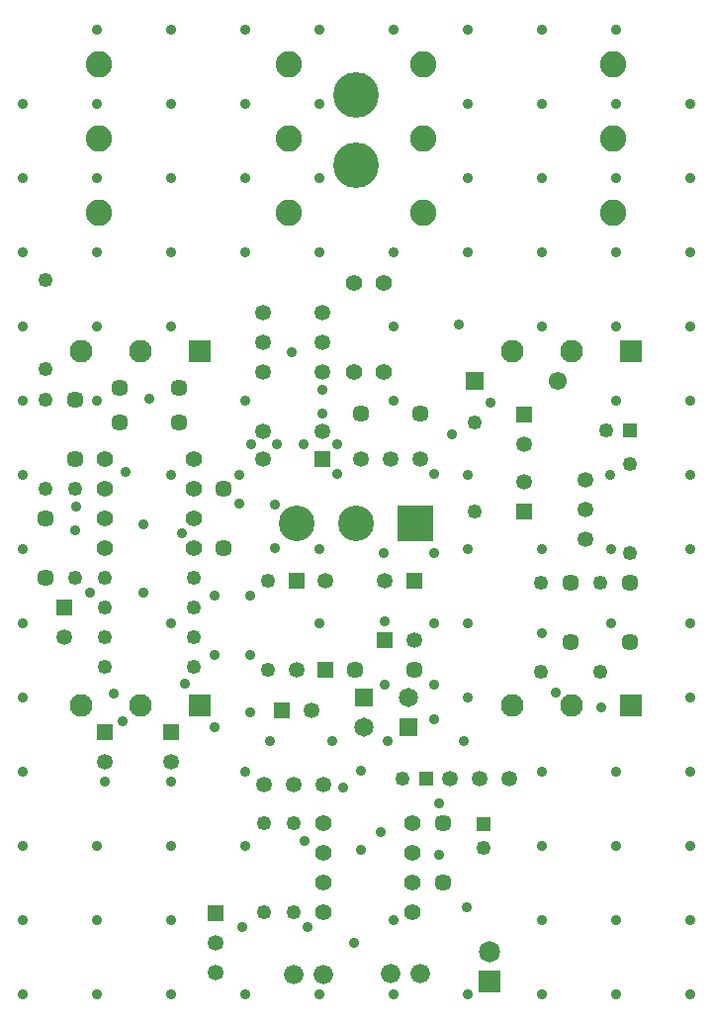
<source format=gbs>
G04*
G04 #@! TF.GenerationSoftware,Altium Limited,Altium Designer,19.0.9 (268)*
G04*
G04 Layer_Color=16711935*
%FSLAX25Y25*%
%MOIN*%
G70*
G01*
G75*
%ADD18R,0.05315X0.05315*%
%ADD19C,0.05315*%
%ADD20C,0.04922*%
%ADD21R,0.04922X0.04922*%
%ADD22C,0.05709*%
%ADD23R,0.05315X0.05315*%
%ADD24C,0.12008*%
%ADD25R,0.12008X0.12008*%
%ADD26R,0.07678X0.07678*%
%ADD27C,0.07678*%
%ADD28C,0.15355*%
%ADD29C,0.08859*%
%ADD30C,0.05591*%
%ADD31R,0.06497X0.06497*%
%ADD32C,0.06497*%
%ADD33R,0.06103X0.06103*%
%ADD34C,0.06103*%
%ADD35C,0.06591*%
%ADD36C,0.07191*%
%ADD37R,0.07191X0.07191*%
%ADD38C,0.05316*%
%ADD39R,0.04922X0.04922*%
%ADD40C,0.03591*%
D18*
X68700Y31200D02*
D03*
X91200Y99500D02*
D03*
X105000Y184000D02*
D03*
D19*
X68700Y21200D02*
D03*
Y11200D02*
D03*
X106000Y143200D02*
D03*
X96273Y113189D02*
D03*
X125975Y143200D02*
D03*
X193600Y177211D02*
D03*
Y167211D02*
D03*
Y157211D02*
D03*
X53750Y82000D02*
D03*
X31500D02*
D03*
X18000Y124000D02*
D03*
X136000Y123200D02*
D03*
X101200Y99500D02*
D03*
X172794Y189000D02*
D03*
X172802Y176500D02*
D03*
X118000Y184000D02*
D03*
X128000D02*
D03*
X138000D02*
D03*
X85145Y74563D02*
D03*
X105145D02*
D03*
X95144D02*
D03*
X147800Y76458D02*
D03*
X157800D02*
D03*
X167800D02*
D03*
X85000Y184000D02*
D03*
D20*
X85200Y61291D02*
D03*
Y31291D02*
D03*
X132000Y76519D02*
D03*
X31500Y114000D02*
D03*
X61500D02*
D03*
Y124000D02*
D03*
X31500D02*
D03*
X61500Y134000D02*
D03*
X31500D02*
D03*
X61500Y144000D02*
D03*
X31500D02*
D03*
X21551D02*
D03*
Y174000D02*
D03*
X11500D02*
D03*
Y204000D02*
D03*
Y214300D02*
D03*
Y244300D02*
D03*
X200600Y193670D02*
D03*
X86562Y113200D02*
D03*
Y143200D02*
D03*
X208500Y152400D02*
D03*
Y182400D02*
D03*
X198500Y142462D02*
D03*
Y112462D02*
D03*
X178500Y142500D02*
D03*
Y112500D02*
D03*
X156302Y166500D02*
D03*
Y196500D02*
D03*
X159266Y53253D02*
D03*
X95200Y61300D02*
D03*
Y31300D02*
D03*
D21*
X139880Y76519D02*
D03*
X208480Y193670D02*
D03*
D22*
X138000Y199510D02*
D03*
X118000D02*
D03*
X188500Y122500D02*
D03*
Y142500D02*
D03*
X11500Y164000D02*
D03*
Y144000D02*
D03*
X21551Y184000D02*
D03*
Y204000D02*
D03*
X36500Y208000D02*
D03*
X56500D02*
D03*
X36500Y196500D02*
D03*
X56500D02*
D03*
X116000Y113226D02*
D03*
X136000D02*
D03*
X208500Y142415D02*
D03*
Y122415D02*
D03*
X71500Y154000D02*
D03*
Y174000D02*
D03*
X145359Y41295D02*
D03*
Y61295D02*
D03*
D23*
X106000Y113200D02*
D03*
X96273Y143189D02*
D03*
X125975Y123200D02*
D03*
X53750Y92000D02*
D03*
X31500D02*
D03*
X18000Y134000D02*
D03*
X136000Y143200D02*
D03*
X172794Y199000D02*
D03*
X172802Y166500D02*
D03*
D24*
X96200Y162500D02*
D03*
X116200D02*
D03*
D25*
X136200D02*
D03*
D26*
X209000Y220500D02*
D03*
X63525Y101000D02*
D03*
X209000D02*
D03*
X63525Y220526D02*
D03*
D27*
X189000Y220500D02*
D03*
X169000D02*
D03*
X43525Y101000D02*
D03*
X23526D02*
D03*
X189000D02*
D03*
X169000D02*
D03*
X43525Y220526D02*
D03*
X23526D02*
D03*
D28*
X116250Y306900D02*
D03*
Y283278D02*
D03*
D29*
X138914Y292100D02*
D03*
X202812D02*
D03*
X138914Y317100D02*
D03*
X202812D02*
D03*
X138914Y267100D02*
D03*
X202812D02*
D03*
X29687Y292100D02*
D03*
X93585D02*
D03*
X29687Y317100D02*
D03*
X93585D02*
D03*
X29687Y267100D02*
D03*
X93585D02*
D03*
D30*
X61500Y154000D02*
D03*
Y164000D02*
D03*
Y184000D02*
D03*
Y174000D02*
D03*
X31500Y154000D02*
D03*
Y164000D02*
D03*
Y174000D02*
D03*
Y184000D02*
D03*
X115674Y213500D02*
D03*
X125674D02*
D03*
Y243500D02*
D03*
X115674D02*
D03*
X135339Y31291D02*
D03*
Y41291D02*
D03*
Y61291D02*
D03*
Y51291D02*
D03*
X105339Y31291D02*
D03*
Y41291D02*
D03*
Y51291D02*
D03*
Y61291D02*
D03*
D31*
X118758Y103871D02*
D03*
X133808Y93871D02*
D03*
D32*
X118758D02*
D03*
X133808Y103871D02*
D03*
D33*
X156334Y210500D02*
D03*
D34*
X184334D02*
D03*
D35*
X95144Y10564D02*
D03*
X105145D02*
D03*
X137890Y10629D02*
D03*
X127890D02*
D03*
D36*
X161309Y18064D02*
D03*
D37*
Y8063D02*
D03*
D38*
X85000Y193500D02*
D03*
Y213500D02*
D03*
Y223500D02*
D03*
Y233500D02*
D03*
X105000D02*
D03*
Y223500D02*
D03*
Y213500D02*
D03*
Y193500D02*
D03*
D39*
X159266Y61133D02*
D03*
D40*
X99800Y26500D02*
D03*
X78000D02*
D03*
X99000Y55500D02*
D03*
X126000Y129500D02*
D03*
X202000Y178900D02*
D03*
X144100Y50800D02*
D03*
Y68200D02*
D03*
X104900Y207300D02*
D03*
X105000Y199600D02*
D03*
X161500Y203000D02*
D03*
X153500Y33000D02*
D03*
X108225Y89000D02*
D03*
X126770D02*
D03*
X118000Y79238D02*
D03*
X112000Y73500D02*
D03*
X124500Y58588D02*
D03*
X68566Y93855D02*
D03*
X80358Y98674D02*
D03*
X87255Y89000D02*
D03*
X31500Y75500D02*
D03*
X53750D02*
D03*
X57573Y159100D02*
D03*
X58588Y108600D02*
D03*
X21551Y160000D02*
D03*
X21700Y168000D02*
D03*
X76900Y178755D02*
D03*
X110000Y179049D02*
D03*
X202300Y128800D02*
D03*
X178700Y125300D02*
D03*
X202096Y153800D02*
D03*
X152519Y89000D02*
D03*
X199000Y100500D02*
D03*
X183500Y105500D02*
D03*
X89000Y154000D02*
D03*
X148500Y192500D02*
D03*
X151000Y229500D02*
D03*
X115480Y21000D02*
D03*
X118000Y52478D02*
D03*
X94674Y220000D02*
D03*
X46500Y204612D02*
D03*
X38500Y179697D02*
D03*
X44500Y162000D02*
D03*
Y139009D02*
D03*
X26500D02*
D03*
X37500Y95764D02*
D03*
X34389Y105000D02*
D03*
X125500Y152500D02*
D03*
X125944Y108000D02*
D03*
X142508Y96500D02*
D03*
X142643Y152500D02*
D03*
X142598Y128800D02*
D03*
Y108000D02*
D03*
X80866Y189000D02*
D03*
X89381D02*
D03*
X98428D02*
D03*
X110000D02*
D03*
X142508Y179000D02*
D03*
X77000Y169090D02*
D03*
X89000Y168947D02*
D03*
X68500Y138000D02*
D03*
X80358D02*
D03*
X68566Y118000D02*
D03*
X80358D02*
D03*
X228700Y303800D02*
D03*
Y278800D02*
D03*
Y253800D02*
D03*
Y228800D02*
D03*
Y203800D02*
D03*
Y178800D02*
D03*
Y153800D02*
D03*
Y128800D02*
D03*
Y103800D02*
D03*
Y78800D02*
D03*
Y53800D02*
D03*
Y28800D02*
D03*
Y3800D02*
D03*
X203700Y328800D02*
D03*
Y303800D02*
D03*
Y278800D02*
D03*
Y253800D02*
D03*
Y228800D02*
D03*
Y203800D02*
D03*
Y78800D02*
D03*
Y53800D02*
D03*
Y28800D02*
D03*
Y3800D02*
D03*
X178700Y328800D02*
D03*
Y303800D02*
D03*
Y278800D02*
D03*
Y253800D02*
D03*
Y228800D02*
D03*
Y153800D02*
D03*
Y78800D02*
D03*
Y53800D02*
D03*
Y28800D02*
D03*
Y3800D02*
D03*
X153700Y328800D02*
D03*
Y303800D02*
D03*
Y278800D02*
D03*
Y253800D02*
D03*
Y178800D02*
D03*
Y153800D02*
D03*
Y128800D02*
D03*
Y103800D02*
D03*
Y3800D02*
D03*
X128700Y328800D02*
D03*
Y253800D02*
D03*
Y228800D02*
D03*
Y203800D02*
D03*
Y28800D02*
D03*
Y3800D02*
D03*
X103700Y328800D02*
D03*
Y303800D02*
D03*
Y278800D02*
D03*
Y253800D02*
D03*
Y153800D02*
D03*
Y128800D02*
D03*
Y3800D02*
D03*
X78700Y328800D02*
D03*
Y303800D02*
D03*
Y278800D02*
D03*
Y253800D02*
D03*
Y203800D02*
D03*
Y78800D02*
D03*
Y53800D02*
D03*
Y3800D02*
D03*
X53700Y328800D02*
D03*
Y303800D02*
D03*
Y278800D02*
D03*
Y253800D02*
D03*
Y228800D02*
D03*
Y178800D02*
D03*
Y128800D02*
D03*
Y53800D02*
D03*
Y28800D02*
D03*
Y3800D02*
D03*
X28700Y328800D02*
D03*
Y303800D02*
D03*
Y278800D02*
D03*
Y253800D02*
D03*
Y228800D02*
D03*
Y203800D02*
D03*
Y53800D02*
D03*
Y28800D02*
D03*
Y3800D02*
D03*
X3700Y303800D02*
D03*
Y278800D02*
D03*
Y253800D02*
D03*
Y228800D02*
D03*
Y203800D02*
D03*
Y178800D02*
D03*
Y153800D02*
D03*
Y128800D02*
D03*
Y103800D02*
D03*
Y78800D02*
D03*
Y53800D02*
D03*
Y28800D02*
D03*
Y3800D02*
D03*
M02*

</source>
